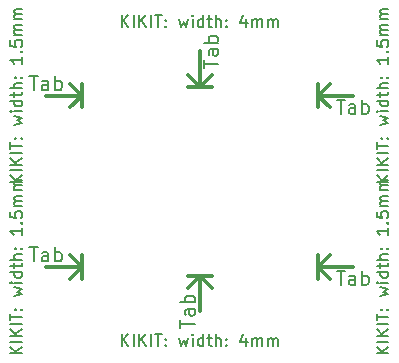
<source format=gbr>
%TF.GenerationSoftware,KiCad,Pcbnew,8.0.9-8.0.9-0~ubuntu24.04.1*%
%TF.CreationDate,2025-07-21T09:14:06-04:00*%
%TF.ProjectId,cap_multiplier_tile,6361705f-6d75-46c7-9469-706c6965725f,0.1.X*%
%TF.SameCoordinates,Original*%
%TF.FileFunction,OtherDrawing,Comment*%
%FSLAX46Y46*%
G04 Gerber Fmt 4.6, Leading zero omitted, Abs format (unit mm)*
G04 Created by KiCad (PCBNEW 8.0.9-8.0.9-0~ubuntu24.04.1) date 2025-07-21 09:14:06*
%MOMM*%
%LPD*%
G01*
G04 APERTURE LIST*
%ADD10C,0.200000*%
%ADD11C,0.150000*%
%ADD12C,0.300000*%
G04 APERTURE END LIST*
D10*
X-14428572Y-5594742D02*
X-13742857Y-5594742D01*
X-14085715Y-6794742D02*
X-14085715Y-5594742D01*
X-12828571Y-6794742D02*
X-12828571Y-6166171D01*
X-12828571Y-6166171D02*
X-12885714Y-6051885D01*
X-12885714Y-6051885D02*
X-13000000Y-5994742D01*
X-13000000Y-5994742D02*
X-13228571Y-5994742D01*
X-13228571Y-5994742D02*
X-13342857Y-6051885D01*
X-12828571Y-6737600D02*
X-12942857Y-6794742D01*
X-12942857Y-6794742D02*
X-13228571Y-6794742D01*
X-13228571Y-6794742D02*
X-13342857Y-6737600D01*
X-13342857Y-6737600D02*
X-13400000Y-6623314D01*
X-13400000Y-6623314D02*
X-13400000Y-6509028D01*
X-13400000Y-6509028D02*
X-13342857Y-6394742D01*
X-13342857Y-6394742D02*
X-13228571Y-6337600D01*
X-13228571Y-6337600D02*
X-12942857Y-6337600D01*
X-12942857Y-6337600D02*
X-12828571Y-6280457D01*
X-12257143Y-6794742D02*
X-12257143Y-5594742D01*
X-12257143Y-6051885D02*
X-12142857Y-5994742D01*
X-12142857Y-5994742D02*
X-11914286Y-5994742D01*
X-11914286Y-5994742D02*
X-11800000Y-6051885D01*
X-11800000Y-6051885D02*
X-11742857Y-6109028D01*
X-11742857Y-6109028D02*
X-11685715Y-6223314D01*
X-11685715Y-6223314D02*
X-11685715Y-6566171D01*
X-11685715Y-6566171D02*
X-11742857Y-6680457D01*
X-11742857Y-6680457D02*
X-11800000Y-6737600D01*
X-11800000Y-6737600D02*
X-11914286Y-6794742D01*
X-11914286Y-6794742D02*
X-12142857Y-6794742D01*
X-12142857Y-6794742D02*
X-12257143Y-6737600D01*
D11*
X-15045181Y-14583331D02*
X-16045181Y-14583331D01*
X-15045181Y-14011903D02*
X-15616610Y-14440474D01*
X-16045181Y-14011903D02*
X-15473753Y-14583331D01*
X-15045181Y-13583331D02*
X-16045181Y-13583331D01*
X-15045181Y-13107141D02*
X-16045181Y-13107141D01*
X-15045181Y-12535713D02*
X-15616610Y-12964284D01*
X-16045181Y-12535713D02*
X-15473753Y-13107141D01*
X-15045181Y-12107141D02*
X-16045181Y-12107141D01*
X-16045181Y-11773808D02*
X-16045181Y-11202380D01*
X-15045181Y-11488094D02*
X-16045181Y-11488094D01*
X-15140420Y-10869046D02*
X-15092800Y-10821427D01*
X-15092800Y-10821427D02*
X-15045181Y-10869046D01*
X-15045181Y-10869046D02*
X-15092800Y-10916665D01*
X-15092800Y-10916665D02*
X-15140420Y-10869046D01*
X-15140420Y-10869046D02*
X-15045181Y-10869046D01*
X-15664229Y-10869046D02*
X-15616610Y-10821427D01*
X-15616610Y-10821427D02*
X-15568991Y-10869046D01*
X-15568991Y-10869046D02*
X-15616610Y-10916665D01*
X-15616610Y-10916665D02*
X-15664229Y-10869046D01*
X-15664229Y-10869046D02*
X-15568991Y-10869046D01*
X-15711848Y-9726189D02*
X-15045181Y-9535713D01*
X-15045181Y-9535713D02*
X-15521372Y-9345237D01*
X-15521372Y-9345237D02*
X-15045181Y-9154761D01*
X-15045181Y-9154761D02*
X-15711848Y-8964285D01*
X-15045181Y-8583332D02*
X-15711848Y-8583332D01*
X-16045181Y-8583332D02*
X-15997562Y-8630951D01*
X-15997562Y-8630951D02*
X-15949943Y-8583332D01*
X-15949943Y-8583332D02*
X-15997562Y-8535713D01*
X-15997562Y-8535713D02*
X-16045181Y-8583332D01*
X-16045181Y-8583332D02*
X-15949943Y-8583332D01*
X-15045181Y-7678571D02*
X-16045181Y-7678571D01*
X-15092800Y-7678571D02*
X-15045181Y-7773809D01*
X-15045181Y-7773809D02*
X-15045181Y-7964285D01*
X-15045181Y-7964285D02*
X-15092800Y-8059523D01*
X-15092800Y-8059523D02*
X-15140420Y-8107142D01*
X-15140420Y-8107142D02*
X-15235658Y-8154761D01*
X-15235658Y-8154761D02*
X-15521372Y-8154761D01*
X-15521372Y-8154761D02*
X-15616610Y-8107142D01*
X-15616610Y-8107142D02*
X-15664229Y-8059523D01*
X-15664229Y-8059523D02*
X-15711848Y-7964285D01*
X-15711848Y-7964285D02*
X-15711848Y-7773809D01*
X-15711848Y-7773809D02*
X-15664229Y-7678571D01*
X-15711848Y-7345237D02*
X-15711848Y-6964285D01*
X-16045181Y-7202380D02*
X-15188039Y-7202380D01*
X-15188039Y-7202380D02*
X-15092800Y-7154761D01*
X-15092800Y-7154761D02*
X-15045181Y-7059523D01*
X-15045181Y-7059523D02*
X-15045181Y-6964285D01*
X-15045181Y-6630951D02*
X-16045181Y-6630951D01*
X-15045181Y-6202380D02*
X-15568991Y-6202380D01*
X-15568991Y-6202380D02*
X-15664229Y-6249999D01*
X-15664229Y-6249999D02*
X-15711848Y-6345237D01*
X-15711848Y-6345237D02*
X-15711848Y-6488094D01*
X-15711848Y-6488094D02*
X-15664229Y-6583332D01*
X-15664229Y-6583332D02*
X-15616610Y-6630951D01*
X-15140420Y-5726189D02*
X-15092800Y-5678570D01*
X-15092800Y-5678570D02*
X-15045181Y-5726189D01*
X-15045181Y-5726189D02*
X-15092800Y-5773808D01*
X-15092800Y-5773808D02*
X-15140420Y-5726189D01*
X-15140420Y-5726189D02*
X-15045181Y-5726189D01*
X-15664229Y-5726189D02*
X-15616610Y-5678570D01*
X-15616610Y-5678570D02*
X-15568991Y-5726189D01*
X-15568991Y-5726189D02*
X-15616610Y-5773808D01*
X-15616610Y-5773808D02*
X-15664229Y-5726189D01*
X-15664229Y-5726189D02*
X-15568991Y-5726189D01*
X-15045181Y-3964285D02*
X-15045181Y-4535713D01*
X-15045181Y-4249999D02*
X-16045181Y-4249999D01*
X-16045181Y-4249999D02*
X-15902324Y-4345237D01*
X-15902324Y-4345237D02*
X-15807086Y-4440475D01*
X-15807086Y-4440475D02*
X-15759467Y-4535713D01*
X-15140420Y-3535713D02*
X-15092800Y-3488094D01*
X-15092800Y-3488094D02*
X-15045181Y-3535713D01*
X-15045181Y-3535713D02*
X-15092800Y-3583332D01*
X-15092800Y-3583332D02*
X-15140420Y-3535713D01*
X-15140420Y-3535713D02*
X-15045181Y-3535713D01*
X-16045181Y-2583333D02*
X-16045181Y-3059523D01*
X-16045181Y-3059523D02*
X-15568991Y-3107142D01*
X-15568991Y-3107142D02*
X-15616610Y-3059523D01*
X-15616610Y-3059523D02*
X-15664229Y-2964285D01*
X-15664229Y-2964285D02*
X-15664229Y-2726190D01*
X-15664229Y-2726190D02*
X-15616610Y-2630952D01*
X-15616610Y-2630952D02*
X-15568991Y-2583333D01*
X-15568991Y-2583333D02*
X-15473753Y-2535714D01*
X-15473753Y-2535714D02*
X-15235658Y-2535714D01*
X-15235658Y-2535714D02*
X-15140420Y-2583333D01*
X-15140420Y-2583333D02*
X-15092800Y-2630952D01*
X-15092800Y-2630952D02*
X-15045181Y-2726190D01*
X-15045181Y-2726190D02*
X-15045181Y-2964285D01*
X-15045181Y-2964285D02*
X-15092800Y-3059523D01*
X-15092800Y-3059523D02*
X-15140420Y-3107142D01*
X-15045181Y-2107142D02*
X-15711848Y-2107142D01*
X-15616610Y-2107142D02*
X-15664229Y-2059523D01*
X-15664229Y-2059523D02*
X-15711848Y-1964285D01*
X-15711848Y-1964285D02*
X-15711848Y-1821428D01*
X-15711848Y-1821428D02*
X-15664229Y-1726190D01*
X-15664229Y-1726190D02*
X-15568991Y-1678571D01*
X-15568991Y-1678571D02*
X-15045181Y-1678571D01*
X-15568991Y-1678571D02*
X-15664229Y-1630952D01*
X-15664229Y-1630952D02*
X-15711848Y-1535714D01*
X-15711848Y-1535714D02*
X-15711848Y-1392857D01*
X-15711848Y-1392857D02*
X-15664229Y-1297618D01*
X-15664229Y-1297618D02*
X-15568991Y-1249999D01*
X-15568991Y-1249999D02*
X-15045181Y-1249999D01*
X-15045181Y-773809D02*
X-15711848Y-773809D01*
X-15616610Y-773809D02*
X-15664229Y-726190D01*
X-15664229Y-726190D02*
X-15711848Y-630952D01*
X-15711848Y-630952D02*
X-15711848Y-488095D01*
X-15711848Y-488095D02*
X-15664229Y-392857D01*
X-15664229Y-392857D02*
X-15568991Y-345238D01*
X-15568991Y-345238D02*
X-15045181Y-345238D01*
X-15568991Y-345238D02*
X-15664229Y-297619D01*
X-15664229Y-297619D02*
X-15711848Y-202381D01*
X-15711848Y-202381D02*
X-15711848Y-59524D01*
X-15711848Y-59524D02*
X-15664229Y35715D01*
X-15664229Y35715D02*
X-15568991Y83334D01*
X-15568991Y83334D02*
X-15045181Y83334D01*
D10*
X11571428Y-7594742D02*
X12257143Y-7594742D01*
X11914285Y-8794742D02*
X11914285Y-7594742D01*
X13171429Y-8794742D02*
X13171429Y-8166171D01*
X13171429Y-8166171D02*
X13114286Y-8051885D01*
X13114286Y-8051885D02*
X13000000Y-7994742D01*
X13000000Y-7994742D02*
X12771429Y-7994742D01*
X12771429Y-7994742D02*
X12657143Y-8051885D01*
X13171429Y-8737600D02*
X13057143Y-8794742D01*
X13057143Y-8794742D02*
X12771429Y-8794742D01*
X12771429Y-8794742D02*
X12657143Y-8737600D01*
X12657143Y-8737600D02*
X12600000Y-8623314D01*
X12600000Y-8623314D02*
X12600000Y-8509028D01*
X12600000Y-8509028D02*
X12657143Y-8394742D01*
X12657143Y-8394742D02*
X12771429Y-8337600D01*
X12771429Y-8337600D02*
X13057143Y-8337600D01*
X13057143Y-8337600D02*
X13171429Y-8280457D01*
X13742857Y-8794742D02*
X13742857Y-7594742D01*
X13742857Y-8051885D02*
X13857143Y-7994742D01*
X13857143Y-7994742D02*
X14085714Y-7994742D01*
X14085714Y-7994742D02*
X14200000Y-8051885D01*
X14200000Y-8051885D02*
X14257143Y-8109028D01*
X14257143Y-8109028D02*
X14314285Y-8223314D01*
X14314285Y-8223314D02*
X14314285Y-8566171D01*
X14314285Y-8566171D02*
X14257143Y-8680457D01*
X14257143Y-8680457D02*
X14200000Y-8737600D01*
X14200000Y-8737600D02*
X14085714Y-8794742D01*
X14085714Y-8794742D02*
X13857143Y-8794742D01*
X13857143Y-8794742D02*
X13742857Y-8737600D01*
D11*
X15954819Y-14583331D02*
X14954819Y-14583331D01*
X15954819Y-14011903D02*
X15383390Y-14440474D01*
X14954819Y-14011903D02*
X15526247Y-14583331D01*
X15954819Y-13583331D02*
X14954819Y-13583331D01*
X15954819Y-13107141D02*
X14954819Y-13107141D01*
X15954819Y-12535713D02*
X15383390Y-12964284D01*
X14954819Y-12535713D02*
X15526247Y-13107141D01*
X15954819Y-12107141D02*
X14954819Y-12107141D01*
X14954819Y-11773808D02*
X14954819Y-11202380D01*
X15954819Y-11488094D02*
X14954819Y-11488094D01*
X15859580Y-10869046D02*
X15907200Y-10821427D01*
X15907200Y-10821427D02*
X15954819Y-10869046D01*
X15954819Y-10869046D02*
X15907200Y-10916665D01*
X15907200Y-10916665D02*
X15859580Y-10869046D01*
X15859580Y-10869046D02*
X15954819Y-10869046D01*
X15335771Y-10869046D02*
X15383390Y-10821427D01*
X15383390Y-10821427D02*
X15431009Y-10869046D01*
X15431009Y-10869046D02*
X15383390Y-10916665D01*
X15383390Y-10916665D02*
X15335771Y-10869046D01*
X15335771Y-10869046D02*
X15431009Y-10869046D01*
X15288152Y-9726189D02*
X15954819Y-9535713D01*
X15954819Y-9535713D02*
X15478628Y-9345237D01*
X15478628Y-9345237D02*
X15954819Y-9154761D01*
X15954819Y-9154761D02*
X15288152Y-8964285D01*
X15954819Y-8583332D02*
X15288152Y-8583332D01*
X14954819Y-8583332D02*
X15002438Y-8630951D01*
X15002438Y-8630951D02*
X15050057Y-8583332D01*
X15050057Y-8583332D02*
X15002438Y-8535713D01*
X15002438Y-8535713D02*
X14954819Y-8583332D01*
X14954819Y-8583332D02*
X15050057Y-8583332D01*
X15954819Y-7678571D02*
X14954819Y-7678571D01*
X15907200Y-7678571D02*
X15954819Y-7773809D01*
X15954819Y-7773809D02*
X15954819Y-7964285D01*
X15954819Y-7964285D02*
X15907200Y-8059523D01*
X15907200Y-8059523D02*
X15859580Y-8107142D01*
X15859580Y-8107142D02*
X15764342Y-8154761D01*
X15764342Y-8154761D02*
X15478628Y-8154761D01*
X15478628Y-8154761D02*
X15383390Y-8107142D01*
X15383390Y-8107142D02*
X15335771Y-8059523D01*
X15335771Y-8059523D02*
X15288152Y-7964285D01*
X15288152Y-7964285D02*
X15288152Y-7773809D01*
X15288152Y-7773809D02*
X15335771Y-7678571D01*
X15288152Y-7345237D02*
X15288152Y-6964285D01*
X14954819Y-7202380D02*
X15811961Y-7202380D01*
X15811961Y-7202380D02*
X15907200Y-7154761D01*
X15907200Y-7154761D02*
X15954819Y-7059523D01*
X15954819Y-7059523D02*
X15954819Y-6964285D01*
X15954819Y-6630951D02*
X14954819Y-6630951D01*
X15954819Y-6202380D02*
X15431009Y-6202380D01*
X15431009Y-6202380D02*
X15335771Y-6249999D01*
X15335771Y-6249999D02*
X15288152Y-6345237D01*
X15288152Y-6345237D02*
X15288152Y-6488094D01*
X15288152Y-6488094D02*
X15335771Y-6583332D01*
X15335771Y-6583332D02*
X15383390Y-6630951D01*
X15859580Y-5726189D02*
X15907200Y-5678570D01*
X15907200Y-5678570D02*
X15954819Y-5726189D01*
X15954819Y-5726189D02*
X15907200Y-5773808D01*
X15907200Y-5773808D02*
X15859580Y-5726189D01*
X15859580Y-5726189D02*
X15954819Y-5726189D01*
X15335771Y-5726189D02*
X15383390Y-5678570D01*
X15383390Y-5678570D02*
X15431009Y-5726189D01*
X15431009Y-5726189D02*
X15383390Y-5773808D01*
X15383390Y-5773808D02*
X15335771Y-5726189D01*
X15335771Y-5726189D02*
X15431009Y-5726189D01*
X15954819Y-3964285D02*
X15954819Y-4535713D01*
X15954819Y-4249999D02*
X14954819Y-4249999D01*
X14954819Y-4249999D02*
X15097676Y-4345237D01*
X15097676Y-4345237D02*
X15192914Y-4440475D01*
X15192914Y-4440475D02*
X15240533Y-4535713D01*
X15859580Y-3535713D02*
X15907200Y-3488094D01*
X15907200Y-3488094D02*
X15954819Y-3535713D01*
X15954819Y-3535713D02*
X15907200Y-3583332D01*
X15907200Y-3583332D02*
X15859580Y-3535713D01*
X15859580Y-3535713D02*
X15954819Y-3535713D01*
X14954819Y-2583333D02*
X14954819Y-3059523D01*
X14954819Y-3059523D02*
X15431009Y-3107142D01*
X15431009Y-3107142D02*
X15383390Y-3059523D01*
X15383390Y-3059523D02*
X15335771Y-2964285D01*
X15335771Y-2964285D02*
X15335771Y-2726190D01*
X15335771Y-2726190D02*
X15383390Y-2630952D01*
X15383390Y-2630952D02*
X15431009Y-2583333D01*
X15431009Y-2583333D02*
X15526247Y-2535714D01*
X15526247Y-2535714D02*
X15764342Y-2535714D01*
X15764342Y-2535714D02*
X15859580Y-2583333D01*
X15859580Y-2583333D02*
X15907200Y-2630952D01*
X15907200Y-2630952D02*
X15954819Y-2726190D01*
X15954819Y-2726190D02*
X15954819Y-2964285D01*
X15954819Y-2964285D02*
X15907200Y-3059523D01*
X15907200Y-3059523D02*
X15859580Y-3107142D01*
X15954819Y-2107142D02*
X15288152Y-2107142D01*
X15383390Y-2107142D02*
X15335771Y-2059523D01*
X15335771Y-2059523D02*
X15288152Y-1964285D01*
X15288152Y-1964285D02*
X15288152Y-1821428D01*
X15288152Y-1821428D02*
X15335771Y-1726190D01*
X15335771Y-1726190D02*
X15431009Y-1678571D01*
X15431009Y-1678571D02*
X15954819Y-1678571D01*
X15431009Y-1678571D02*
X15335771Y-1630952D01*
X15335771Y-1630952D02*
X15288152Y-1535714D01*
X15288152Y-1535714D02*
X15288152Y-1392857D01*
X15288152Y-1392857D02*
X15335771Y-1297618D01*
X15335771Y-1297618D02*
X15431009Y-1249999D01*
X15431009Y-1249999D02*
X15954819Y-1249999D01*
X15954819Y-773809D02*
X15288152Y-773809D01*
X15383390Y-773809D02*
X15335771Y-726190D01*
X15335771Y-726190D02*
X15288152Y-630952D01*
X15288152Y-630952D02*
X15288152Y-488095D01*
X15288152Y-488095D02*
X15335771Y-392857D01*
X15335771Y-392857D02*
X15431009Y-345238D01*
X15431009Y-345238D02*
X15954819Y-345238D01*
X15431009Y-345238D02*
X15335771Y-297619D01*
X15335771Y-297619D02*
X15288152Y-202381D01*
X15288152Y-202381D02*
X15288152Y-59524D01*
X15288152Y-59524D02*
X15335771Y35715D01*
X15335771Y35715D02*
X15431009Y83334D01*
X15431009Y83334D02*
X15954819Y83334D01*
D10*
X344742Y9571429D02*
X344742Y10257143D01*
X1544742Y9914286D02*
X344742Y9914286D01*
X1544742Y11171429D02*
X916171Y11171429D01*
X916171Y11171429D02*
X801885Y11114287D01*
X801885Y11114287D02*
X744742Y11000001D01*
X744742Y11000001D02*
X744742Y10771429D01*
X744742Y10771429D02*
X801885Y10657144D01*
X1487600Y11171429D02*
X1544742Y11057144D01*
X1544742Y11057144D02*
X1544742Y10771429D01*
X1544742Y10771429D02*
X1487600Y10657144D01*
X1487600Y10657144D02*
X1373314Y10600001D01*
X1373314Y10600001D02*
X1259028Y10600001D01*
X1259028Y10600001D02*
X1144742Y10657144D01*
X1144742Y10657144D02*
X1087600Y10771429D01*
X1087600Y10771429D02*
X1087600Y11057144D01*
X1087600Y11057144D02*
X1030457Y11171429D01*
X1544742Y11742858D02*
X344742Y11742858D01*
X801885Y11742858D02*
X744742Y11857143D01*
X744742Y11857143D02*
X744742Y12085715D01*
X744742Y12085715D02*
X801885Y12200001D01*
X801885Y12200001D02*
X859028Y12257143D01*
X859028Y12257143D02*
X973314Y12314286D01*
X973314Y12314286D02*
X1316171Y12314286D01*
X1316171Y12314286D02*
X1430457Y12257143D01*
X1430457Y12257143D02*
X1487600Y12200001D01*
X1487600Y12200001D02*
X1544742Y12085715D01*
X1544742Y12085715D02*
X1544742Y11857143D01*
X1544742Y11857143D02*
X1487600Y11742858D01*
D11*
X-6619047Y13045181D02*
X-6619047Y14045181D01*
X-6047619Y13045181D02*
X-6476190Y13616610D01*
X-6047619Y14045181D02*
X-6619047Y13473753D01*
X-5619047Y13045181D02*
X-5619047Y14045181D01*
X-5142857Y13045181D02*
X-5142857Y14045181D01*
X-4571429Y13045181D02*
X-5000000Y13616610D01*
X-4571429Y14045181D02*
X-5142857Y13473753D01*
X-4142857Y13045181D02*
X-4142857Y14045181D01*
X-3809524Y14045181D02*
X-3238096Y14045181D01*
X-3523810Y13045181D02*
X-3523810Y14045181D01*
X-2904762Y13140420D02*
X-2857143Y13092800D01*
X-2857143Y13092800D02*
X-2904762Y13045181D01*
X-2904762Y13045181D02*
X-2952381Y13092800D01*
X-2952381Y13092800D02*
X-2904762Y13140420D01*
X-2904762Y13140420D02*
X-2904762Y13045181D01*
X-2904762Y13664229D02*
X-2857143Y13616610D01*
X-2857143Y13616610D02*
X-2904762Y13568991D01*
X-2904762Y13568991D02*
X-2952381Y13616610D01*
X-2952381Y13616610D02*
X-2904762Y13664229D01*
X-2904762Y13664229D02*
X-2904762Y13568991D01*
X-1761905Y13711848D02*
X-1571429Y13045181D01*
X-1571429Y13045181D02*
X-1380953Y13521372D01*
X-1380953Y13521372D02*
X-1190477Y13045181D01*
X-1190477Y13045181D02*
X-1000001Y13711848D01*
X-619048Y13045181D02*
X-619048Y13711848D01*
X-619048Y14045181D02*
X-666667Y13997562D01*
X-666667Y13997562D02*
X-619048Y13949943D01*
X-619048Y13949943D02*
X-571429Y13997562D01*
X-571429Y13997562D02*
X-619048Y14045181D01*
X-619048Y14045181D02*
X-619048Y13949943D01*
X285713Y13045181D02*
X285713Y14045181D01*
X285713Y13092800D02*
X190475Y13045181D01*
X190475Y13045181D02*
X-1Y13045181D01*
X-1Y13045181D02*
X-95239Y13092800D01*
X-95239Y13092800D02*
X-142858Y13140420D01*
X-142858Y13140420D02*
X-190477Y13235658D01*
X-190477Y13235658D02*
X-190477Y13521372D01*
X-190477Y13521372D02*
X-142858Y13616610D01*
X-142858Y13616610D02*
X-95239Y13664229D01*
X-95239Y13664229D02*
X-1Y13711848D01*
X-1Y13711848D02*
X190475Y13711848D01*
X190475Y13711848D02*
X285713Y13664229D01*
X619047Y13711848D02*
X999999Y13711848D01*
X761904Y14045181D02*
X761904Y13188039D01*
X761904Y13188039D02*
X809523Y13092800D01*
X809523Y13092800D02*
X904761Y13045181D01*
X904761Y13045181D02*
X999999Y13045181D01*
X1333333Y13045181D02*
X1333333Y14045181D01*
X1761904Y13045181D02*
X1761904Y13568991D01*
X1761904Y13568991D02*
X1714285Y13664229D01*
X1714285Y13664229D02*
X1619047Y13711848D01*
X1619047Y13711848D02*
X1476190Y13711848D01*
X1476190Y13711848D02*
X1380952Y13664229D01*
X1380952Y13664229D02*
X1333333Y13616610D01*
X2238095Y13140420D02*
X2285714Y13092800D01*
X2285714Y13092800D02*
X2238095Y13045181D01*
X2238095Y13045181D02*
X2190476Y13092800D01*
X2190476Y13092800D02*
X2238095Y13140420D01*
X2238095Y13140420D02*
X2238095Y13045181D01*
X2238095Y13664229D02*
X2285714Y13616610D01*
X2285714Y13616610D02*
X2238095Y13568991D01*
X2238095Y13568991D02*
X2190476Y13616610D01*
X2190476Y13616610D02*
X2238095Y13664229D01*
X2238095Y13664229D02*
X2238095Y13568991D01*
X3904761Y13711848D02*
X3904761Y13045181D01*
X3666666Y14092800D02*
X3428571Y13378515D01*
X3428571Y13378515D02*
X4047618Y13378515D01*
X4428571Y13045181D02*
X4428571Y13711848D01*
X4428571Y13616610D02*
X4476190Y13664229D01*
X4476190Y13664229D02*
X4571428Y13711848D01*
X4571428Y13711848D02*
X4714285Y13711848D01*
X4714285Y13711848D02*
X4809523Y13664229D01*
X4809523Y13664229D02*
X4857142Y13568991D01*
X4857142Y13568991D02*
X4857142Y13045181D01*
X4857142Y13568991D02*
X4904761Y13664229D01*
X4904761Y13664229D02*
X4999999Y13711848D01*
X4999999Y13711848D02*
X5142856Y13711848D01*
X5142856Y13711848D02*
X5238095Y13664229D01*
X5238095Y13664229D02*
X5285714Y13568991D01*
X5285714Y13568991D02*
X5285714Y13045181D01*
X5761904Y13045181D02*
X5761904Y13711848D01*
X5761904Y13616610D02*
X5809523Y13664229D01*
X5809523Y13664229D02*
X5904761Y13711848D01*
X5904761Y13711848D02*
X6047618Y13711848D01*
X6047618Y13711848D02*
X6142856Y13664229D01*
X6142856Y13664229D02*
X6190475Y13568991D01*
X6190475Y13568991D02*
X6190475Y13045181D01*
X6190475Y13568991D02*
X6238094Y13664229D01*
X6238094Y13664229D02*
X6333332Y13711848D01*
X6333332Y13711848D02*
X6476189Y13711848D01*
X6476189Y13711848D02*
X6571428Y13664229D01*
X6571428Y13664229D02*
X6619047Y13568991D01*
X6619047Y13568991D02*
X6619047Y13045181D01*
D10*
X-1655258Y-12428571D02*
X-1655258Y-11742857D01*
X-455258Y-12085714D02*
X-1655258Y-12085714D01*
X-455258Y-10828571D02*
X-1083829Y-10828571D01*
X-1083829Y-10828571D02*
X-1198115Y-10885713D01*
X-1198115Y-10885713D02*
X-1255258Y-10999999D01*
X-1255258Y-10999999D02*
X-1255258Y-11228571D01*
X-1255258Y-11228571D02*
X-1198115Y-11342856D01*
X-512400Y-10828571D02*
X-455258Y-10942856D01*
X-455258Y-10942856D02*
X-455258Y-11228571D01*
X-455258Y-11228571D02*
X-512400Y-11342856D01*
X-512400Y-11342856D02*
X-626686Y-11399999D01*
X-626686Y-11399999D02*
X-740972Y-11399999D01*
X-740972Y-11399999D02*
X-855258Y-11342856D01*
X-855258Y-11342856D02*
X-912400Y-11228571D01*
X-912400Y-11228571D02*
X-912400Y-10942856D01*
X-912400Y-10942856D02*
X-969543Y-10828571D01*
X-455258Y-10257142D02*
X-1655258Y-10257142D01*
X-1198115Y-10257142D02*
X-1255258Y-10142857D01*
X-1255258Y-10142857D02*
X-1255258Y-9914285D01*
X-1255258Y-9914285D02*
X-1198115Y-9799999D01*
X-1198115Y-9799999D02*
X-1140972Y-9742857D01*
X-1140972Y-9742857D02*
X-1026686Y-9685714D01*
X-1026686Y-9685714D02*
X-683829Y-9685714D01*
X-683829Y-9685714D02*
X-569543Y-9742857D01*
X-569543Y-9742857D02*
X-512400Y-9799999D01*
X-512400Y-9799999D02*
X-455258Y-9914285D01*
X-455258Y-9914285D02*
X-455258Y-10142857D01*
X-455258Y-10142857D02*
X-512400Y-10257142D01*
D11*
X-6619047Y-13954819D02*
X-6619047Y-12954819D01*
X-6047619Y-13954819D02*
X-6476190Y-13383390D01*
X-6047619Y-12954819D02*
X-6619047Y-13526247D01*
X-5619047Y-13954819D02*
X-5619047Y-12954819D01*
X-5142857Y-13954819D02*
X-5142857Y-12954819D01*
X-4571429Y-13954819D02*
X-5000000Y-13383390D01*
X-4571429Y-12954819D02*
X-5142857Y-13526247D01*
X-4142857Y-13954819D02*
X-4142857Y-12954819D01*
X-3809524Y-12954819D02*
X-3238096Y-12954819D01*
X-3523810Y-13954819D02*
X-3523810Y-12954819D01*
X-2904762Y-13859580D02*
X-2857143Y-13907200D01*
X-2857143Y-13907200D02*
X-2904762Y-13954819D01*
X-2904762Y-13954819D02*
X-2952381Y-13907200D01*
X-2952381Y-13907200D02*
X-2904762Y-13859580D01*
X-2904762Y-13859580D02*
X-2904762Y-13954819D01*
X-2904762Y-13335771D02*
X-2857143Y-13383390D01*
X-2857143Y-13383390D02*
X-2904762Y-13431009D01*
X-2904762Y-13431009D02*
X-2952381Y-13383390D01*
X-2952381Y-13383390D02*
X-2904762Y-13335771D01*
X-2904762Y-13335771D02*
X-2904762Y-13431009D01*
X-1761905Y-13288152D02*
X-1571429Y-13954819D01*
X-1571429Y-13954819D02*
X-1380953Y-13478628D01*
X-1380953Y-13478628D02*
X-1190477Y-13954819D01*
X-1190477Y-13954819D02*
X-1000001Y-13288152D01*
X-619048Y-13954819D02*
X-619048Y-13288152D01*
X-619048Y-12954819D02*
X-666667Y-13002438D01*
X-666667Y-13002438D02*
X-619048Y-13050057D01*
X-619048Y-13050057D02*
X-571429Y-13002438D01*
X-571429Y-13002438D02*
X-619048Y-12954819D01*
X-619048Y-12954819D02*
X-619048Y-13050057D01*
X285713Y-13954819D02*
X285713Y-12954819D01*
X285713Y-13907200D02*
X190475Y-13954819D01*
X190475Y-13954819D02*
X-1Y-13954819D01*
X-1Y-13954819D02*
X-95239Y-13907200D01*
X-95239Y-13907200D02*
X-142858Y-13859580D01*
X-142858Y-13859580D02*
X-190477Y-13764342D01*
X-190477Y-13764342D02*
X-190477Y-13478628D01*
X-190477Y-13478628D02*
X-142858Y-13383390D01*
X-142858Y-13383390D02*
X-95239Y-13335771D01*
X-95239Y-13335771D02*
X-1Y-13288152D01*
X-1Y-13288152D02*
X190475Y-13288152D01*
X190475Y-13288152D02*
X285713Y-13335771D01*
X619047Y-13288152D02*
X999999Y-13288152D01*
X761904Y-12954819D02*
X761904Y-13811961D01*
X761904Y-13811961D02*
X809523Y-13907200D01*
X809523Y-13907200D02*
X904761Y-13954819D01*
X904761Y-13954819D02*
X999999Y-13954819D01*
X1333333Y-13954819D02*
X1333333Y-12954819D01*
X1761904Y-13954819D02*
X1761904Y-13431009D01*
X1761904Y-13431009D02*
X1714285Y-13335771D01*
X1714285Y-13335771D02*
X1619047Y-13288152D01*
X1619047Y-13288152D02*
X1476190Y-13288152D01*
X1476190Y-13288152D02*
X1380952Y-13335771D01*
X1380952Y-13335771D02*
X1333333Y-13383390D01*
X2238095Y-13859580D02*
X2285714Y-13907200D01*
X2285714Y-13907200D02*
X2238095Y-13954819D01*
X2238095Y-13954819D02*
X2190476Y-13907200D01*
X2190476Y-13907200D02*
X2238095Y-13859580D01*
X2238095Y-13859580D02*
X2238095Y-13954819D01*
X2238095Y-13335771D02*
X2285714Y-13383390D01*
X2285714Y-13383390D02*
X2238095Y-13431009D01*
X2238095Y-13431009D02*
X2190476Y-13383390D01*
X2190476Y-13383390D02*
X2238095Y-13335771D01*
X2238095Y-13335771D02*
X2238095Y-13431009D01*
X3904761Y-13288152D02*
X3904761Y-13954819D01*
X3666666Y-12907200D02*
X3428571Y-13621485D01*
X3428571Y-13621485D02*
X4047618Y-13621485D01*
X4428571Y-13954819D02*
X4428571Y-13288152D01*
X4428571Y-13383390D02*
X4476190Y-13335771D01*
X4476190Y-13335771D02*
X4571428Y-13288152D01*
X4571428Y-13288152D02*
X4714285Y-13288152D01*
X4714285Y-13288152D02*
X4809523Y-13335771D01*
X4809523Y-13335771D02*
X4857142Y-13431009D01*
X4857142Y-13431009D02*
X4857142Y-13954819D01*
X4857142Y-13431009D02*
X4904761Y-13335771D01*
X4904761Y-13335771D02*
X4999999Y-13288152D01*
X4999999Y-13288152D02*
X5142856Y-13288152D01*
X5142856Y-13288152D02*
X5238095Y-13335771D01*
X5238095Y-13335771D02*
X5285714Y-13431009D01*
X5285714Y-13431009D02*
X5285714Y-13954819D01*
X5761904Y-13954819D02*
X5761904Y-13288152D01*
X5761904Y-13383390D02*
X5809523Y-13335771D01*
X5809523Y-13335771D02*
X5904761Y-13288152D01*
X5904761Y-13288152D02*
X6047618Y-13288152D01*
X6047618Y-13288152D02*
X6142856Y-13335771D01*
X6142856Y-13335771D02*
X6190475Y-13431009D01*
X6190475Y-13431009D02*
X6190475Y-13954819D01*
X6190475Y-13431009D02*
X6238094Y-13335771D01*
X6238094Y-13335771D02*
X6333332Y-13288152D01*
X6333332Y-13288152D02*
X6476189Y-13288152D01*
X6476189Y-13288152D02*
X6571428Y-13335771D01*
X6571428Y-13335771D02*
X6619047Y-13431009D01*
X6619047Y-13431009D02*
X6619047Y-13954819D01*
D10*
X11571428Y6905258D02*
X12257143Y6905258D01*
X11914285Y5705258D02*
X11914285Y6905258D01*
X13171429Y5705258D02*
X13171429Y6333829D01*
X13171429Y6333829D02*
X13114286Y6448115D01*
X13114286Y6448115D02*
X13000000Y6505258D01*
X13000000Y6505258D02*
X12771429Y6505258D01*
X12771429Y6505258D02*
X12657143Y6448115D01*
X13171429Y5762400D02*
X13057143Y5705258D01*
X13057143Y5705258D02*
X12771429Y5705258D01*
X12771429Y5705258D02*
X12657143Y5762400D01*
X12657143Y5762400D02*
X12600000Y5876686D01*
X12600000Y5876686D02*
X12600000Y5990972D01*
X12600000Y5990972D02*
X12657143Y6105258D01*
X12657143Y6105258D02*
X12771429Y6162400D01*
X12771429Y6162400D02*
X13057143Y6162400D01*
X13057143Y6162400D02*
X13171429Y6219543D01*
X13742857Y5705258D02*
X13742857Y6905258D01*
X13742857Y6448115D02*
X13857143Y6505258D01*
X13857143Y6505258D02*
X14085714Y6505258D01*
X14085714Y6505258D02*
X14200000Y6448115D01*
X14200000Y6448115D02*
X14257143Y6390972D01*
X14257143Y6390972D02*
X14314285Y6276686D01*
X14314285Y6276686D02*
X14314285Y5933829D01*
X14314285Y5933829D02*
X14257143Y5819543D01*
X14257143Y5819543D02*
X14200000Y5762400D01*
X14200000Y5762400D02*
X14085714Y5705258D01*
X14085714Y5705258D02*
X13857143Y5705258D01*
X13857143Y5705258D02*
X13742857Y5762400D01*
D11*
X15954819Y-83331D02*
X14954819Y-83331D01*
X15954819Y488097D02*
X15383390Y59526D01*
X14954819Y488097D02*
X15526247Y-83331D01*
X15954819Y916669D02*
X14954819Y916669D01*
X15954819Y1392859D02*
X14954819Y1392859D01*
X15954819Y1964287D02*
X15383390Y1535716D01*
X14954819Y1964287D02*
X15526247Y1392859D01*
X15954819Y2392859D02*
X14954819Y2392859D01*
X14954819Y2726192D02*
X14954819Y3297620D01*
X15954819Y3011906D02*
X14954819Y3011906D01*
X15859580Y3630954D02*
X15907200Y3678573D01*
X15907200Y3678573D02*
X15954819Y3630954D01*
X15954819Y3630954D02*
X15907200Y3583335D01*
X15907200Y3583335D02*
X15859580Y3630954D01*
X15859580Y3630954D02*
X15954819Y3630954D01*
X15335771Y3630954D02*
X15383390Y3678573D01*
X15383390Y3678573D02*
X15431009Y3630954D01*
X15431009Y3630954D02*
X15383390Y3583335D01*
X15383390Y3583335D02*
X15335771Y3630954D01*
X15335771Y3630954D02*
X15431009Y3630954D01*
X15288152Y4773811D02*
X15954819Y4964287D01*
X15954819Y4964287D02*
X15478628Y5154763D01*
X15478628Y5154763D02*
X15954819Y5345239D01*
X15954819Y5345239D02*
X15288152Y5535715D01*
X15954819Y5916668D02*
X15288152Y5916668D01*
X14954819Y5916668D02*
X15002438Y5869049D01*
X15002438Y5869049D02*
X15050057Y5916668D01*
X15050057Y5916668D02*
X15002438Y5964287D01*
X15002438Y5964287D02*
X14954819Y5916668D01*
X14954819Y5916668D02*
X15050057Y5916668D01*
X15954819Y6821429D02*
X14954819Y6821429D01*
X15907200Y6821429D02*
X15954819Y6726191D01*
X15954819Y6726191D02*
X15954819Y6535715D01*
X15954819Y6535715D02*
X15907200Y6440477D01*
X15907200Y6440477D02*
X15859580Y6392858D01*
X15859580Y6392858D02*
X15764342Y6345239D01*
X15764342Y6345239D02*
X15478628Y6345239D01*
X15478628Y6345239D02*
X15383390Y6392858D01*
X15383390Y6392858D02*
X15335771Y6440477D01*
X15335771Y6440477D02*
X15288152Y6535715D01*
X15288152Y6535715D02*
X15288152Y6726191D01*
X15288152Y6726191D02*
X15335771Y6821429D01*
X15288152Y7154763D02*
X15288152Y7535715D01*
X14954819Y7297620D02*
X15811961Y7297620D01*
X15811961Y7297620D02*
X15907200Y7345239D01*
X15907200Y7345239D02*
X15954819Y7440477D01*
X15954819Y7440477D02*
X15954819Y7535715D01*
X15954819Y7869049D02*
X14954819Y7869049D01*
X15954819Y8297620D02*
X15431009Y8297620D01*
X15431009Y8297620D02*
X15335771Y8250001D01*
X15335771Y8250001D02*
X15288152Y8154763D01*
X15288152Y8154763D02*
X15288152Y8011906D01*
X15288152Y8011906D02*
X15335771Y7916668D01*
X15335771Y7916668D02*
X15383390Y7869049D01*
X15859580Y8773811D02*
X15907200Y8821430D01*
X15907200Y8821430D02*
X15954819Y8773811D01*
X15954819Y8773811D02*
X15907200Y8726192D01*
X15907200Y8726192D02*
X15859580Y8773811D01*
X15859580Y8773811D02*
X15954819Y8773811D01*
X15335771Y8773811D02*
X15383390Y8821430D01*
X15383390Y8821430D02*
X15431009Y8773811D01*
X15431009Y8773811D02*
X15383390Y8726192D01*
X15383390Y8726192D02*
X15335771Y8773811D01*
X15335771Y8773811D02*
X15431009Y8773811D01*
X15954819Y10535715D02*
X15954819Y9964287D01*
X15954819Y10250001D02*
X14954819Y10250001D01*
X14954819Y10250001D02*
X15097676Y10154763D01*
X15097676Y10154763D02*
X15192914Y10059525D01*
X15192914Y10059525D02*
X15240533Y9964287D01*
X15859580Y10964287D02*
X15907200Y11011906D01*
X15907200Y11011906D02*
X15954819Y10964287D01*
X15954819Y10964287D02*
X15907200Y10916668D01*
X15907200Y10916668D02*
X15859580Y10964287D01*
X15859580Y10964287D02*
X15954819Y10964287D01*
X14954819Y11916667D02*
X14954819Y11440477D01*
X14954819Y11440477D02*
X15431009Y11392858D01*
X15431009Y11392858D02*
X15383390Y11440477D01*
X15383390Y11440477D02*
X15335771Y11535715D01*
X15335771Y11535715D02*
X15335771Y11773810D01*
X15335771Y11773810D02*
X15383390Y11869048D01*
X15383390Y11869048D02*
X15431009Y11916667D01*
X15431009Y11916667D02*
X15526247Y11964286D01*
X15526247Y11964286D02*
X15764342Y11964286D01*
X15764342Y11964286D02*
X15859580Y11916667D01*
X15859580Y11916667D02*
X15907200Y11869048D01*
X15907200Y11869048D02*
X15954819Y11773810D01*
X15954819Y11773810D02*
X15954819Y11535715D01*
X15954819Y11535715D02*
X15907200Y11440477D01*
X15907200Y11440477D02*
X15859580Y11392858D01*
X15954819Y12392858D02*
X15288152Y12392858D01*
X15383390Y12392858D02*
X15335771Y12440477D01*
X15335771Y12440477D02*
X15288152Y12535715D01*
X15288152Y12535715D02*
X15288152Y12678572D01*
X15288152Y12678572D02*
X15335771Y12773810D01*
X15335771Y12773810D02*
X15431009Y12821429D01*
X15431009Y12821429D02*
X15954819Y12821429D01*
X15431009Y12821429D02*
X15335771Y12869048D01*
X15335771Y12869048D02*
X15288152Y12964286D01*
X15288152Y12964286D02*
X15288152Y13107143D01*
X15288152Y13107143D02*
X15335771Y13202382D01*
X15335771Y13202382D02*
X15431009Y13250001D01*
X15431009Y13250001D02*
X15954819Y13250001D01*
X15954819Y13726191D02*
X15288152Y13726191D01*
X15383390Y13726191D02*
X15335771Y13773810D01*
X15335771Y13773810D02*
X15288152Y13869048D01*
X15288152Y13869048D02*
X15288152Y14011905D01*
X15288152Y14011905D02*
X15335771Y14107143D01*
X15335771Y14107143D02*
X15431009Y14154762D01*
X15431009Y14154762D02*
X15954819Y14154762D01*
X15431009Y14154762D02*
X15335771Y14202381D01*
X15335771Y14202381D02*
X15288152Y14297619D01*
X15288152Y14297619D02*
X15288152Y14440476D01*
X15288152Y14440476D02*
X15335771Y14535715D01*
X15335771Y14535715D02*
X15431009Y14583334D01*
X15431009Y14583334D02*
X15954819Y14583334D01*
D10*
X-14428572Y8905258D02*
X-13742857Y8905258D01*
X-14085715Y7705258D02*
X-14085715Y8905258D01*
X-12828571Y7705258D02*
X-12828571Y8333829D01*
X-12828571Y8333829D02*
X-12885714Y8448115D01*
X-12885714Y8448115D02*
X-13000000Y8505258D01*
X-13000000Y8505258D02*
X-13228571Y8505258D01*
X-13228571Y8505258D02*
X-13342857Y8448115D01*
X-12828571Y7762400D02*
X-12942857Y7705258D01*
X-12942857Y7705258D02*
X-13228571Y7705258D01*
X-13228571Y7705258D02*
X-13342857Y7762400D01*
X-13342857Y7762400D02*
X-13400000Y7876686D01*
X-13400000Y7876686D02*
X-13400000Y7990972D01*
X-13400000Y7990972D02*
X-13342857Y8105258D01*
X-13342857Y8105258D02*
X-13228571Y8162400D01*
X-13228571Y8162400D02*
X-12942857Y8162400D01*
X-12942857Y8162400D02*
X-12828571Y8219543D01*
X-12257143Y7705258D02*
X-12257143Y8905258D01*
X-12257143Y8448115D02*
X-12142857Y8505258D01*
X-12142857Y8505258D02*
X-11914286Y8505258D01*
X-11914286Y8505258D02*
X-11800000Y8448115D01*
X-11800000Y8448115D02*
X-11742857Y8390972D01*
X-11742857Y8390972D02*
X-11685715Y8276686D01*
X-11685715Y8276686D02*
X-11685715Y7933829D01*
X-11685715Y7933829D02*
X-11742857Y7819543D01*
X-11742857Y7819543D02*
X-11800000Y7762400D01*
X-11800000Y7762400D02*
X-11914286Y7705258D01*
X-11914286Y7705258D02*
X-12142857Y7705258D01*
X-12142857Y7705258D02*
X-12257143Y7762400D01*
D11*
X-15045181Y-83331D02*
X-16045181Y-83331D01*
X-15045181Y488097D02*
X-15616610Y59526D01*
X-16045181Y488097D02*
X-15473753Y-83331D01*
X-15045181Y916669D02*
X-16045181Y916669D01*
X-15045181Y1392859D02*
X-16045181Y1392859D01*
X-15045181Y1964287D02*
X-15616610Y1535716D01*
X-16045181Y1964287D02*
X-15473753Y1392859D01*
X-15045181Y2392859D02*
X-16045181Y2392859D01*
X-16045181Y2726192D02*
X-16045181Y3297620D01*
X-15045181Y3011906D02*
X-16045181Y3011906D01*
X-15140420Y3630954D02*
X-15092800Y3678573D01*
X-15092800Y3678573D02*
X-15045181Y3630954D01*
X-15045181Y3630954D02*
X-15092800Y3583335D01*
X-15092800Y3583335D02*
X-15140420Y3630954D01*
X-15140420Y3630954D02*
X-15045181Y3630954D01*
X-15664229Y3630954D02*
X-15616610Y3678573D01*
X-15616610Y3678573D02*
X-15568991Y3630954D01*
X-15568991Y3630954D02*
X-15616610Y3583335D01*
X-15616610Y3583335D02*
X-15664229Y3630954D01*
X-15664229Y3630954D02*
X-15568991Y3630954D01*
X-15711848Y4773811D02*
X-15045181Y4964287D01*
X-15045181Y4964287D02*
X-15521372Y5154763D01*
X-15521372Y5154763D02*
X-15045181Y5345239D01*
X-15045181Y5345239D02*
X-15711848Y5535715D01*
X-15045181Y5916668D02*
X-15711848Y5916668D01*
X-16045181Y5916668D02*
X-15997562Y5869049D01*
X-15997562Y5869049D02*
X-15949943Y5916668D01*
X-15949943Y5916668D02*
X-15997562Y5964287D01*
X-15997562Y5964287D02*
X-16045181Y5916668D01*
X-16045181Y5916668D02*
X-15949943Y5916668D01*
X-15045181Y6821429D02*
X-16045181Y6821429D01*
X-15092800Y6821429D02*
X-15045181Y6726191D01*
X-15045181Y6726191D02*
X-15045181Y6535715D01*
X-15045181Y6535715D02*
X-15092800Y6440477D01*
X-15092800Y6440477D02*
X-15140420Y6392858D01*
X-15140420Y6392858D02*
X-15235658Y6345239D01*
X-15235658Y6345239D02*
X-15521372Y6345239D01*
X-15521372Y6345239D02*
X-15616610Y6392858D01*
X-15616610Y6392858D02*
X-15664229Y6440477D01*
X-15664229Y6440477D02*
X-15711848Y6535715D01*
X-15711848Y6535715D02*
X-15711848Y6726191D01*
X-15711848Y6726191D02*
X-15664229Y6821429D01*
X-15711848Y7154763D02*
X-15711848Y7535715D01*
X-16045181Y7297620D02*
X-15188039Y7297620D01*
X-15188039Y7297620D02*
X-15092800Y7345239D01*
X-15092800Y7345239D02*
X-15045181Y7440477D01*
X-15045181Y7440477D02*
X-15045181Y7535715D01*
X-15045181Y7869049D02*
X-16045181Y7869049D01*
X-15045181Y8297620D02*
X-15568991Y8297620D01*
X-15568991Y8297620D02*
X-15664229Y8250001D01*
X-15664229Y8250001D02*
X-15711848Y8154763D01*
X-15711848Y8154763D02*
X-15711848Y8011906D01*
X-15711848Y8011906D02*
X-15664229Y7916668D01*
X-15664229Y7916668D02*
X-15616610Y7869049D01*
X-15140420Y8773811D02*
X-15092800Y8821430D01*
X-15092800Y8821430D02*
X-15045181Y8773811D01*
X-15045181Y8773811D02*
X-15092800Y8726192D01*
X-15092800Y8726192D02*
X-15140420Y8773811D01*
X-15140420Y8773811D02*
X-15045181Y8773811D01*
X-15664229Y8773811D02*
X-15616610Y8821430D01*
X-15616610Y8821430D02*
X-15568991Y8773811D01*
X-15568991Y8773811D02*
X-15616610Y8726192D01*
X-15616610Y8726192D02*
X-15664229Y8773811D01*
X-15664229Y8773811D02*
X-15568991Y8773811D01*
X-15045181Y10535715D02*
X-15045181Y9964287D01*
X-15045181Y10250001D02*
X-16045181Y10250001D01*
X-16045181Y10250001D02*
X-15902324Y10154763D01*
X-15902324Y10154763D02*
X-15807086Y10059525D01*
X-15807086Y10059525D02*
X-15759467Y9964287D01*
X-15140420Y10964287D02*
X-15092800Y11011906D01*
X-15092800Y11011906D02*
X-15045181Y10964287D01*
X-15045181Y10964287D02*
X-15092800Y10916668D01*
X-15092800Y10916668D02*
X-15140420Y10964287D01*
X-15140420Y10964287D02*
X-15045181Y10964287D01*
X-16045181Y11916667D02*
X-16045181Y11440477D01*
X-16045181Y11440477D02*
X-15568991Y11392858D01*
X-15568991Y11392858D02*
X-15616610Y11440477D01*
X-15616610Y11440477D02*
X-15664229Y11535715D01*
X-15664229Y11535715D02*
X-15664229Y11773810D01*
X-15664229Y11773810D02*
X-15616610Y11869048D01*
X-15616610Y11869048D02*
X-15568991Y11916667D01*
X-15568991Y11916667D02*
X-15473753Y11964286D01*
X-15473753Y11964286D02*
X-15235658Y11964286D01*
X-15235658Y11964286D02*
X-15140420Y11916667D01*
X-15140420Y11916667D02*
X-15092800Y11869048D01*
X-15092800Y11869048D02*
X-15045181Y11773810D01*
X-15045181Y11773810D02*
X-15045181Y11535715D01*
X-15045181Y11535715D02*
X-15092800Y11440477D01*
X-15092800Y11440477D02*
X-15140420Y11392858D01*
X-15045181Y12392858D02*
X-15711848Y12392858D01*
X-15616610Y12392858D02*
X-15664229Y12440477D01*
X-15664229Y12440477D02*
X-15711848Y12535715D01*
X-15711848Y12535715D02*
X-15711848Y12678572D01*
X-15711848Y12678572D02*
X-15664229Y12773810D01*
X-15664229Y12773810D02*
X-15568991Y12821429D01*
X-15568991Y12821429D02*
X-15045181Y12821429D01*
X-15568991Y12821429D02*
X-15664229Y12869048D01*
X-15664229Y12869048D02*
X-15711848Y12964286D01*
X-15711848Y12964286D02*
X-15711848Y13107143D01*
X-15711848Y13107143D02*
X-15664229Y13202382D01*
X-15664229Y13202382D02*
X-15568991Y13250001D01*
X-15568991Y13250001D02*
X-15045181Y13250001D01*
X-15045181Y13726191D02*
X-15711848Y13726191D01*
X-15616610Y13726191D02*
X-15664229Y13773810D01*
X-15664229Y13773810D02*
X-15711848Y13869048D01*
X-15711848Y13869048D02*
X-15711848Y14011905D01*
X-15711848Y14011905D02*
X-15664229Y14107143D01*
X-15664229Y14107143D02*
X-15568991Y14154762D01*
X-15568991Y14154762D02*
X-15045181Y14154762D01*
X-15568991Y14154762D02*
X-15664229Y14202381D01*
X-15664229Y14202381D02*
X-15711848Y14297619D01*
X-15711848Y14297619D02*
X-15711848Y14440476D01*
X-15711848Y14440476D02*
X-15664229Y14535715D01*
X-15664229Y14535715D02*
X-15568991Y14583334D01*
X-15568991Y14583334D02*
X-15045181Y14583334D01*
D12*
%TO.C,REF\u002A\u002A*%
X-10000000Y-7250000D02*
X-13000000Y-7250000D01*
X-10000000Y-7250000D02*
X-11000000Y-6250000D01*
X-10000000Y-7250000D02*
X-11000000Y-8250000D01*
X-10000000Y-8250000D02*
X-10000000Y-6250000D01*
X10000000Y-6250000D02*
X10000000Y-8250000D01*
X10000000Y-7250000D02*
X11000000Y-6250000D01*
X10000000Y-7250000D02*
X11000000Y-8250000D01*
X10000000Y-7250000D02*
X13000000Y-7250000D01*
X-1000000Y8000000D02*
X1000000Y8000000D01*
X0Y8000000D02*
X-1000000Y9000000D01*
X0Y8000000D02*
X0Y11000000D01*
X0Y8000000D02*
X1000000Y9000000D01*
X0Y-8000000D02*
X-1000000Y-9000000D01*
X0Y-8000000D02*
X0Y-11000000D01*
X0Y-8000000D02*
X1000000Y-9000000D01*
X1000000Y-8000000D02*
X-1000000Y-8000000D01*
X10000000Y8250000D02*
X10000000Y6250000D01*
X10000000Y7250000D02*
X11000000Y8250000D01*
X10000000Y7250000D02*
X11000000Y6250000D01*
X10000000Y7250000D02*
X13000000Y7250000D01*
X-10000000Y7250000D02*
X-13000000Y7250000D01*
X-10000000Y7250000D02*
X-11000000Y8250000D01*
X-10000000Y7250000D02*
X-11000000Y6250000D01*
X-10000000Y6250000D02*
X-10000000Y8250000D01*
%TD*%
M02*

</source>
